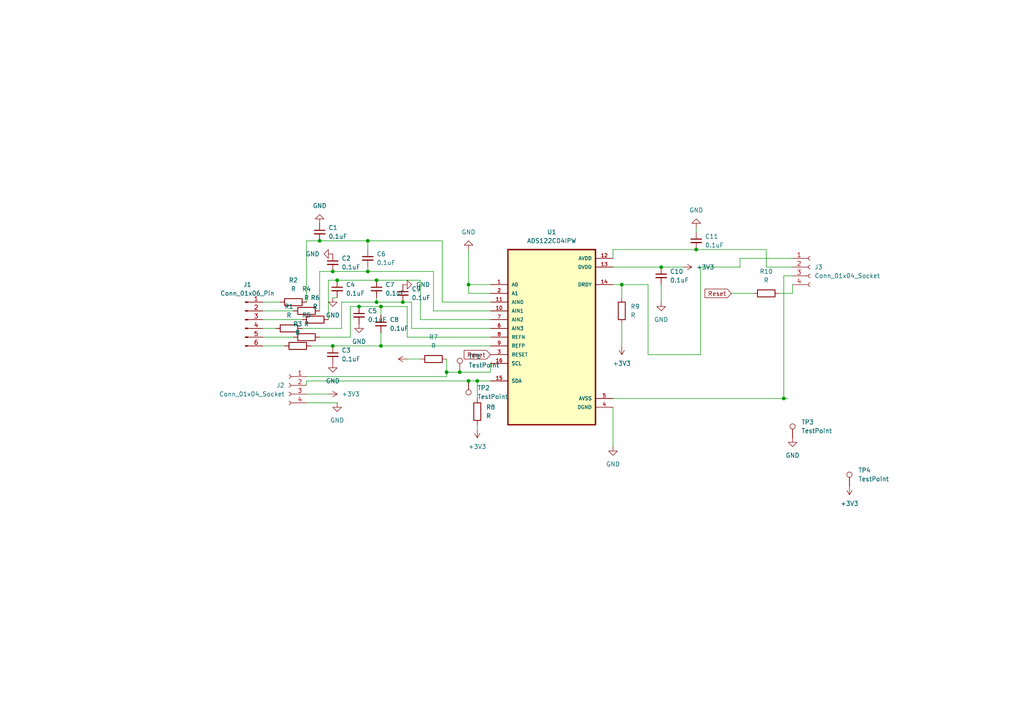
<source format=kicad_sch>
(kicad_sch (version 20230121) (generator eeschema)
  (paper "A4")
  (lib_symbols
    (symbol "ADS122C04IPW:ADS122C04IPW" (pin_names (offset 1.016))
      (property "Reference" "U" (at -12.7 26.4 0))
      (property "Value" "ADS122C04IPW" (at -12.7 -29.4 0))
      (symbol "ADS122C04IPW_0_0"
        (rectangle (start -12.7 -25.4) (end 12.7 25.4) (stroke (width 0.41)) (fill (type background)))
        (pin input line (at -17.78 15.24 0) (length 5.08) (name "A0") (number "1"))
        (pin input line (at -17.78 7.62 0) (length 5.08) (name "AIN1") (number "10"))
        (pin input line (at -17.78 10.16 0) (length 5.08) (name "AIN0") (number "11"))
        (pin power_in line (at 17.78 22.86 180) (length 5.08) (name "AVDD") (number "12"))
        (pin power_in line (at 17.78 20.32 180) (length 5.08) (name "DVDD") (number "13"))
        (pin output line (at 17.78 15.24 180) (length 5.08) (name "DRDY") (number "14"))
        (pin bidirectional line (at -17.78 -12.7 0) (length 5.08) (name "SDA") (number "15"))
        (pin input line (at -17.78 -7.62 0) (length 5.08) (name "SCL") (number "16"))
        (pin input line (at -17.78 12.7 0) (length 5.08) (name "A1") (number "2"))
        (pin input line (at -17.78 -5.08 0) (length 5.08) (name "RESET") (number "3"))
        (pin power_in line (at 17.78 -20.32 180) (length 5.08) (name "DGND") (number "4"))
        (pin power_in line (at 17.78 -17.78 180) (length 5.08) (name "AVSS") (number "5"))
        (pin input line (at -17.78 2.54 0) (length 5.08) (name "AIN3") (number "6"))
        (pin input line (at -17.78 5.08 0) (length 5.08) (name "AIN2") (number "7"))
        (pin input line (at -17.78 0 0) (length 5.08) (name "REFN") (number "8"))
        (pin input line (at -17.78 -2.54 0) (length 5.08) (name "REFP") (number "9"))
      )
    )
    (symbol "Connector:Conn_01x04_Socket" (pin_names (offset 1.016) hide)
      (property "Reference" "J" (at 0 5.08 0))
      (property "Value" "Conn_01x04_Socket" (at 0 -7.62 0))
      (symbol "Conn_01x04_Socket_1_1"
        (arc (start 0 -4.572) (mid -0.5058 -5.08) (end 0 -5.588) (stroke (width 0.1524)))
        (arc (start 0 -2.032) (mid -0.5058 -2.54) (end 0 -3.048) (stroke (width 0.1524)))
        (polyline (pts (xy -1.27 -5.08) (xy -0.508 -5.08)) (stroke (width 0.1524)))
        (polyline (pts (xy -1.27 -2.54) (xy -0.508 -2.54)) (stroke (width 0.1524)))
        (polyline (pts (xy -1.27 0) (xy -0.508 0)) (stroke (width 0.1524)))
        (polyline (pts (xy -1.27 2.54) (xy -0.508 2.54)) (stroke (width 0.1524)))
        (arc (start 0 0.508) (mid -0.5058 0) (end 0 -0.508) (stroke (width 0.1524)))
        (arc (start 0 3.048) (mid -0.5058 2.54) (end 0 2.032) (stroke (width 0.1524)))
        (pin passive line (at -5.08 2.54 0) (length 3.81) (name "Pin_1") (number "1"))
        (pin passive line (at -5.08 0 0) (length 3.81) (name "Pin_2") (number "2"))
        (pin passive line (at -5.08 -2.54 0) (length 3.81) (name "Pin_3") (number "3"))
        (pin passive line (at -5.08 -5.08 0) (length 3.81) (name "Pin_4") (number "4"))
      )
    )
    (symbol "Connector:Conn_01x06_Pin" (pin_names (offset 1.016) hide)
      (property "Reference" "J" (at 0 7.62 0))
      (property "Value" "Conn_01x06_Pin" (at 0 -10.16 0))
      (symbol "Conn_01x06_Pin_1_1"
        (polyline (pts (xy 1.27 -7.62) (xy 0.8636 -7.62)) (stroke (width 0.1524)))
        (polyline (pts (xy 1.27 -5.08) (xy 0.8636 -5.08)) (stroke (width 0.1524)))
        (polyline (pts (xy 1.27 -2.54) (xy 0.8636 -2.54)) (stroke (width 0.1524)))
        (polyline (pts (xy 1.27 0) (xy 0.8636 0)) (stroke (width 0.1524)))
        (polyline (pts (xy 1.27 2.54) (xy 0.8636 2.54)) (stroke (width 0.1524)))
        (polyline (pts (xy 1.27 5.08) (xy 0.8636 5.08)) (stroke (width 0.1524)))
        (rectangle (start 0.8636 -7.493) (end 0 -7.747) (stroke (width 0.1524)) (fill (type outline)))
        (rectangle (start 0.8636 -4.953) (end 0 -5.207) (stroke (width 0.1524)) (fill (type outline)))
        (rectangle (start 0.8636 -2.413) (end 0 -2.667) (stroke (width 0.1524)) (fill (type outline)))
        (rectangle (start 0.8636 0.127) (end 0 -0.127) (stroke (width 0.1524)) (fill (type outline)))
        (rectangle (start 0.8636 2.667) (end 0 2.413) (stroke (width 0.1524)) (fill (type outline)))
        (rectangle (start 0.8636 5.207) (end 0 4.953) (stroke (width 0.1524)) (fill (type outline)))
        (pin passive line (at 5.08 5.08 180) (length 3.81) (name "Pin_1") (number "1"))
        (pin passive line (at 5.08 2.54 180) (length 3.81) (name "Pin_2") (number "2"))
        (pin passive line (at 5.08 0 180) (length 3.81) (name "Pin_3") (number "3"))
        (pin passive line (at 5.08 -2.54 180) (length 3.81) (name "Pin_4") (number "4"))
        (pin passive line (at 5.08 -5.08 180) (length 3.81) (name "Pin_5") (number "5"))
        (pin passive line (at 5.08 -7.62 180) (length 3.81) (name "Pin_6") (number "6"))
      )
    )
    (symbol "Connector:TestPoint" (pin_numbers hide) (pin_names (offset 0.762) hide)
      (property "Reference" "TP" (at 0 6.858 0))
      (property "Value" "TestPoint" (at 0 5.08 0))
      (symbol "TestPoint_0_1"
        (circle (center 0 3.302) (radius 0.762))
      )
      (symbol "TestPoint_1_1"
        (pin passive line (at 0 0 90) (length 2.54) (name "1") (number "1"))
      )
    )
    (symbol "Device:C_Small" (pin_numbers hide) (pin_names (offset 0.254) hide)
      (property "Reference" "C" (at 0.254 1.778 0))
      (property "Value" "C_Small" (at 0.254 -2.032 0))
      (symbol "C_Small_0_1"
        (polyline (pts (xy -1.524 -0.508) (xy 1.524 -0.508)) (stroke (width 0.3302)))
        (polyline (pts (xy -1.524 0.508) (xy 1.524 0.508)) (stroke (width 0.3048)))
      )
      (symbol "C_Small_1_1"
        (pin passive line (at 0 2.54 270) (length 2.032) (name "~") (number "1"))
        (pin passive line (at 0 -2.54 90) (length 2.032) (name "~") (number "2"))
      )
    )
    (symbol "Device:R" (pin_numbers hide) (pin_names (offset 0))
      (property "Reference" "R" (at 2.032 0 90))
      (property "Value" "R" (at 0 0 90))
      (symbol "R_0_1"
        (rectangle (start -1.016 -2.54) (end 1.016 2.54) (stroke (width 0.254)))
      )
      (symbol "R_1_1"
        (pin passive line (at 0 3.81 270) (length 1.27) (name "~") (number "1"))
        (pin passive line (at 0 -3.81 90) (length 1.27) (name "~") (number "2"))
      )
    )
    (symbol "power:+3V3" (power) (pin_names (offset 0))
      (property "Value" "+3V3" (at 0 3.556 0))
      (symbol "+3V3_0_1"
        (polyline (pts (xy -0.762 1.27) (xy 0 2.54)))
        (polyline (pts (xy 0 0) (xy 0 2.54)))
        (polyline (pts (xy 0 2.54) (xy 0.762 1.27)))
      )
      (symbol "+3V3_1_1"
        (pin power_in line (at 0 0 90) (length 0) hide (name "+3V3") (number "1"))
      )
    )
    (symbol "power:GND" (power) (pin_names (offset 0))
      (property "Value" "GND" (at 0 -3.81 0))
      (symbol "GND_0_1"
        (polyline (pts (xy 0 0) (xy 0 -1.27) (xy 1.27 -1.27) (xy 0 -2.54) (xy -1.27 -1.27) (xy 0 -1.27)))
      )
      (symbol "GND_1_1"
        (pin power_in line (at 0 0 270) (length 0) hide (name "GND") (number "1"))
      )
    )
  )
  (junction (at 180.34 82.55))
  (junction (at 104.14 88.9))
  (junction (at 106.68 78.74))
  (junction (at 110.49 100.33))
  (junction (at 109.22 81.28))
  (junction (at 135.89 82.55))
  (junction (at 227.33 115.57))
  (junction (at 129.54 107.95))
  (junction (at 96.52 78.74))
  (junction (at 201.93 72.39))
  (junction (at 92.71 69.85))
  (junction (at 110.49 88.9))
  (junction (at 106.68 69.85))
  (junction (at 116.84 87.63))
  (junction (at 135.89 110.49))
  (junction (at 138.43 110.49))
  (junction (at 97.79 81.28))
  (junction (at 191.77 77.47))
  (junction (at 96.52 100.33))
  (junction (at 109.22 87.63))
  (junction (at 133.35 107.95))
  (wire (pts (xy 104.14 88.9) (xy 110.49 88.9)))
  (wire (pts (xy 109.22 81.28) (xy 121.92 81.28)))
  (wire (pts (xy 110.49 100.33) (xy 142.24 100.33)))
  (wire (pts (xy 227.33 80.01) (xy 227.33 115.57)))
  (wire (pts (xy 110.49 96.52) (xy 110.49 100.33)))
  (wire (pts (xy 142.24 82.55) (xy 135.89 82.55)))
  (wire (pts (xy 203.2 77.47) (xy 214.63 77.47)))
  (wire (pts (xy 135.89 82.55) (xy 135.89 72.39)))
  (wire (pts (xy 214.63 74.93) (xy 229.87 74.93)))
  (wire (pts (xy 135.89 110.49) (xy 138.43 110.49)))
  (wire (pts (xy 101.6 88.9) (xy 101.6 97.79)))
  (wire (pts (xy 180.34 82.55) (xy 187.96 82.55)))
  (wire (pts (xy 116.84 87.63) (xy 119.38 87.63)))
  (wire (pts (xy 121.92 92.71) (xy 121.92 81.28)))
  (wire (pts (xy 88.9 69.85) (xy 88.9 87.63)))
  (wire (pts (xy 101.6 88.9) (xy 104.14 88.9)))
  (wire (pts (xy 106.68 77.47) (xy 106.68 78.74)))
  (wire (pts (xy 92.71 78.74) (xy 96.52 78.74)))
  (wire (pts (xy 180.34 82.55) (xy 180.34 86.36)))
  (wire (pts (xy 97.79 81.28) (xy 109.22 81.28)))
  (wire (pts (xy 92.71 78.74) (xy 92.71 90.17)))
  (wire (pts (xy 177.8 118.11) (xy 177.8 129.54)))
  (wire (pts (xy 109.22 87.63) (xy 116.84 87.63)))
  (wire (pts (xy 177.8 115.57) (xy 227.33 115.57)))
  (wire (pts (xy 96.52 86.36) (xy 97.79 86.36)))
  (wire (pts (xy 133.35 107.95) (xy 142.24 107.95)))
  (wire (pts (xy 129.54 109.22) (xy 129.54 107.95)))
  (wire (pts (xy 119.38 95.25) (xy 142.24 95.25)))
  (wire (pts (xy 76.2 97.79) (xy 85.09 97.79)))
  (wire (pts (xy 177.8 72.39) (xy 201.93 72.39)))
  (wire (pts (xy 88.9 110.49) (xy 135.89 110.49)))
  (wire (pts (xy 177.8 74.93) (xy 177.8 72.39)))
  (wire (pts (xy 76.2 90.17) (xy 85.09 90.17)))
  (wire (pts (xy 76.2 92.71) (xy 87.63 92.71)))
  (wire (pts (xy 88.9 109.22) (xy 129.54 109.22)))
  (wire (pts (xy 88.9 110.49) (xy 88.9 111.76)))
  (wire (pts (xy 90.17 100.33) (xy 96.52 100.33)))
  (wire (pts (xy 191.77 82.55) (xy 191.77 87.63)))
  (wire (pts (xy 142.24 90.17) (xy 125.73 90.17)))
  (wire (pts (xy 191.77 77.47) (xy 198.12 77.47)))
  (wire (pts (xy 177.8 82.55) (xy 180.34 82.55)))
  (wire (pts (xy 138.43 110.49) (xy 142.24 110.49)))
  (wire (pts (xy 118.11 104.14) (xy 121.92 104.14)))
  (wire (pts (xy 222.25 77.47) (xy 222.25 72.39)))
  (wire (pts (xy 95.25 114.3) (xy 88.9 114.3)))
  (wire (pts (xy 142.24 92.71) (xy 121.92 92.71)))
  (wire (pts (xy 76.2 87.63) (xy 81.28 87.63)))
  (wire (pts (xy 118.11 88.9) (xy 110.49 88.9)))
  (wire (pts (xy 203.2 102.87) (xy 203.2 77.47)))
  (wire (pts (xy 229.87 80.01) (xy 227.33 80.01)))
  (wire (pts (xy 142.24 87.63) (xy 128.27 87.63)))
  (wire (pts (xy 128.27 69.85) (xy 106.68 69.85)))
  (wire (pts (xy 76.2 100.33) (xy 82.55 100.33)))
  (wire (pts (xy 214.63 77.47) (xy 214.63 74.93)))
  (wire (pts (xy 229.87 85.09) (xy 229.87 82.55)))
  (wire (pts (xy 212.09 85.09) (xy 218.44 85.09)))
  (wire (pts (xy 87.63 95.25) (xy 99.06 95.25)))
  (wire (pts (xy 99.06 87.63) (xy 99.06 95.25)))
  (wire (pts (xy 129.54 104.14) (xy 129.54 107.95)))
  (wire (pts (xy 187.96 102.87) (xy 203.2 102.87)))
  (wire (pts (xy 96.52 100.33) (xy 110.49 100.33)))
  (wire (pts (xy 187.96 82.55) (xy 187.96 102.87)))
  (wire (pts (xy 99.06 87.63) (xy 109.22 87.63)))
  (wire (pts (xy 229.87 77.47) (xy 222.25 77.47)))
  (wire (pts (xy 135.89 85.09) (xy 135.89 82.55)))
  (wire (pts (xy 106.68 69.85) (xy 106.68 72.39)))
  (wire (pts (xy 177.8 77.47) (xy 191.77 77.47)))
  (wire (pts (xy 125.73 90.17) (xy 125.73 78.74)))
  (wire (pts (xy 142.24 97.79) (xy 118.11 97.79)))
  (wire (pts (xy 88.9 69.85) (xy 92.71 69.85)))
  (wire (pts (xy 226.06 85.09) (xy 229.87 85.09)))
  (wire (pts (xy 92.71 69.85) (xy 106.68 69.85)))
  (wire (pts (xy 95.25 81.28) (xy 95.25 92.71)))
  (wire (pts (xy 138.43 123.19) (xy 138.43 124.46)))
  (wire (pts (xy 96.52 78.74) (xy 106.68 78.74)))
  (wire (pts (xy 138.43 110.49) (xy 138.43 115.57)))
  (wire (pts (xy 201.93 72.39) (xy 222.25 72.39)))
  (wire (pts (xy 95.25 81.28) (xy 97.79 81.28)))
  (wire (pts (xy 88.9 116.84) (xy 97.79 116.84)))
  (wire (pts (xy 76.2 95.25) (xy 80.01 95.25)))
  (wire (pts (xy 109.22 86.36) (xy 109.22 87.63)))
  (wire (pts (xy 180.34 93.98) (xy 180.34 100.33)))
  (wire (pts (xy 110.49 88.9) (xy 110.49 91.44)))
  (wire (pts (xy 118.11 97.79) (xy 118.11 88.9)))
  (wire (pts (xy 101.6 97.79) (xy 92.71 97.79)))
  (wire (pts (xy 119.38 87.63) (xy 119.38 95.25)))
  (wire (pts (xy 227.33 115.57) (xy 228.6 115.57)))
  (wire (pts (xy 125.73 78.74) (xy 106.68 78.74)))
  (wire (pts (xy 129.54 107.95) (xy 133.35 107.95)))
  (wire (pts (xy 128.27 87.63) (xy 128.27 69.85)))
  (wire (pts (xy 201.93 66.04) (xy 201.93 67.31)))
  (wire (pts (xy 142.24 107.95) (xy 142.24 105.41)))
  (wire (pts (xy 142.24 85.09) (xy 135.89 85.09)))
  (global_label "Reset" (shape input) (at 142.24 102.87 180) (property "Intersheetrefs" "${INTERSHEET_REFS}" (effects hide)))
  (global_label "Reset" (shape input) (at 212.09 85.09 180) (property "Intersheetrefs" "${INTERSHEET_REFS}" (effects hide)))
  (symbol (lib_id "Device:C_Small") (at 97.79 83.82 0) (unit 1)
    (property "Reference" "C4" (at 100.33 82.5563 0) (effects (justify left)))
    (property "Value" "0.1uF" (at 100.33 85.0963 0) (effects (justify left)))
    (property "Footprint" "Capacitor_SMD:C_0603_1608Metric_Pad1.08x0.95mm_HandSolder" (effects hide))
  )
  (symbol (lib_id "power:GND") (at 96.52 105.41 0) (unit 1)
    (property "Reference" "#PWR05" (effects hide))
    (property "Value" "GND" (at 96.52 110.49 0))
  )
  (symbol (lib_id "power:+3V3") (at 95.25 114.3 270) (unit 1)
    (property "Reference" "#PWR02" (effects hide))
    (property "Value" "+3V3" (at 99.06 114.3 90) (effects (justify left)))
  )
  (symbol (lib_id "Device:C_Small") (at 96.52 102.87 0) (unit 1)
    (property "Reference" "C3" (at 99.06 101.6063 0) (effects (justify left)))
    (property "Value" "0.1uF" (at 99.06 104.1463 0) (effects (justify left)))
    (property "Footprint" "Capacitor_SMD:C_0603_1608Metric_Pad1.08x0.95mm_HandSolder" (effects hide))
  )
  (symbol (lib_id "Device:R") (at 222.25 85.09 90) (unit 1)
    (property "Reference" "R10" (at 222.25 78.74 90))
    (property "Value" "R" (at 222.25 81.28 90))
    (property "Footprint" "Resistor_SMD:R_0603_1608Metric_Pad0.98x0.95mm_HandSolder" (effects hide))
  )
  (symbol (lib_id "power:GND") (at 229.87 127 0) (unit 1)
    (property "Reference" "#PWR017" (effects hide))
    (property "Value" "GND" (at 229.87 132.08 0))
  )
  (symbol (lib_id "power:GND") (at 116.84 82.55 90) (unit 1)
    (property "Reference" "#PWR08" (effects hide))
    (property "Value" "GND" (at 120.65 82.55 90) (effects (justify right)))
  )
  (symbol (lib_id "Connector:Conn_01x06_Pin") (at 71.12 92.71 0) (unit 1)
    (property "Reference" "J1" (at 71.755 82.55 0))
    (property "Value" "Conn_01x06_Pin" (at 71.755 85.09 0))
    (property "Footprint" "Connector_PinHeader_2.54mm:PinHeader_1x06_P2.54mm_Vertical" (effects hide))
  )
  (symbol (lib_id "power:GND") (at 96.52 86.36 0) (unit 1)
    (property "Reference" "#PWR04" (effects hide))
    (property "Value" "GND" (at 96.52 91.44 0))
  )
  (symbol (lib_id "Device:R") (at 88.9 97.79 90) (unit 1)
    (property "Reference" "R5" (at 88.9 91.44 90))
    (property "Value" "R" (at 88.9 93.98 90))
    (property "Footprint" "Resistor_SMD:R_0603_1608Metric_Pad0.98x0.95mm_HandSolder" (effects hide))
  )
  (symbol (lib_id "power:+3V3") (at 118.11 104.14 90) (unit 1)
    (property "Reference" "#PWR09" (effects hide))
    (property "Value" "+3V3" (effects hide))
  )
  (symbol (lib_id "Device:C_Small") (at 191.77 80.01 0) (unit 1)
    (property "Reference" "C10" (at 194.31 78.7463 0) (effects (justify left)))
    (property "Value" "0.1uF" (at 194.31 81.2863 0) (effects (justify left)))
    (property "Footprint" "Capacitor_SMD:C_0603_1608Metric_Pad1.08x0.95mm_HandSolder" (effects hide))
  )
  (symbol (lib_id "Device:R") (at 86.36 100.33 90) (unit 1)
    (property "Reference" "R3" (at 86.36 93.98 90))
    (property "Value" "R" (at 86.36 96.52 90))
    (property "Footprint" "Resistor_SMD:R_0603_1608Metric_Pad0.98x0.95mm_HandSolder" (effects hide))
  )
  (symbol (lib_id "Device:C_Small") (at 104.14 91.44 0) (unit 1)
    (property "Reference" "C5" (at 106.68 90.1763 0) (effects (justify left)))
    (property "Value" "0.1uF" (at 106.68 92.7163 0) (effects (justify left)))
    (property "Footprint" "Capacitor_SMD:C_0603_1608Metric_Pad1.08x0.95mm_HandSolder" (effects hide))
  )
  (symbol (lib_id "Device:R") (at 138.43 119.38 0) (unit 1)
    (property "Reference" "R8" (at 140.97 118.11 0) (effects (justify left)))
    (property "Value" "R" (at 140.97 120.65 0) (effects (justify left)))
    (property "Footprint" "Resistor_SMD:R_0603_1608Metric_Pad0.98x0.95mm_HandSolder" (effects hide))
  )
  (symbol (lib_id "power:+3V3") (at 198.12 77.47 270) (unit 1)
    (property "Reference" "#PWR015" (effects hide))
    (property "Value" "+3V3" (at 201.93 77.47 90) (effects (justify left)))
  )
  (symbol (lib_id "Device:C_Small") (at 116.84 85.09 0) (unit 1)
    (property "Reference" "C9" (at 119.38 83.8263 0) (effects (justify left)))
    (property "Value" "0.1uF" (at 119.38 86.3663 0) (effects (justify left)))
    (property "Footprint" "Capacitor_SMD:C_0603_1608Metric_Pad1.08x0.95mm_HandSolder" (effects hide))
  )
  (symbol (lib_id "power:GND") (at 177.8 129.54 0) (unit 1)
    (property "Reference" "#PWR012" (effects hide))
    (property "Value" "GND" (at 177.8 134.62 0))
  )
  (symbol (lib_id "Device:C_Small") (at 96.52 76.2 0) (unit 1)
    (property "Reference" "C2" (at 99.06 74.9363 0) (effects (justify left)))
    (property "Value" "0.1uF" (at 99.06 77.4763 0) (effects (justify left)))
    (property "Footprint" "Capacitor_SMD:C_0603_1608Metric_Pad1.08x0.95mm_HandSolder" (effects hide))
  )
  (symbol (lib_id "Connector:TestPoint") (at 135.89 110.49 180) (unit 1)
    (property "Reference" "TP2" (at 138.43 112.522 0) (effects (justify right)))
    (property "Value" "TestPoint" (at 138.43 115.062 0) (effects (justify right)))
    (property "Footprint" "TestPoint:TestPoint_Pad_D2.0mm" (effects hide))
  )
  (symbol (lib_id "power:GND") (at 201.93 66.04 180) (unit 1)
    (property "Reference" "#PWR016" (effects hide))
    (property "Value" "GND" (at 201.93 60.96 0))
  )
  (symbol (lib_id "power:+3V3") (at 180.34 100.33 180) (unit 1)
    (property "Reference" "#PWR013" (effects hide))
    (property "Value" "+3V3" (at 180.34 105.41 0))
  )
  (symbol (lib_id "power:GND") (at 191.77 87.63 0) (unit 1)
    (property "Reference" "#PWR014" (effects hide))
    (property "Value" "GND" (at 191.77 92.71 0))
  )
  (symbol (lib_id "Device:R") (at 88.9 90.17 90) (unit 1)
    (property "Reference" "R4" (at 88.9 83.82 90))
    (property "Value" "R" (at 88.9 86.36 90))
    (property "Footprint" "Resistor_SMD:R_0603_1608Metric_Pad0.98x0.95mm_HandSolder" (effects hide))
  )
  (symbol (lib_id "Device:R") (at 180.34 90.17 180) (unit 1)
    (property "Reference" "R9" (at 182.88 88.9 0) (effects (justify right)))
    (property "Value" "R" (at 182.88 91.44 0) (effects (justify right)))
    (property "Footprint" "Resistor_SMD:R_0603_1608Metric_Pad0.98x0.95mm_HandSolder" (effects hide))
  )
  (symbol (lib_id "Device:R") (at 85.09 87.63 90) (unit 1)
    (property "Reference" "R2" (at 85.09 81.28 90))
    (property "Value" "R" (at 85.09 83.82 90))
    (property "Footprint" "Resistor_SMD:R_0603_1608Metric_Pad0.98x0.95mm_HandSolder" (effects hide))
  )
  (symbol (lib_id "Connector:Conn_01x04_Socket") (at 234.95 77.47 0) (unit 1)
    (property "Reference" "J3" (at 236.22 77.47 0) (effects (justify left)))
    (property "Value" "Conn_01x04_Socket" (at 236.22 80.01 0) (effects (justify left)))
    (property "Footprint" "Connector_PinHeader_2.54mm:PinHeader_1x04_P2.54mm_Vertical" (effects hide))
  )
  (symbol (lib_id "Device:C_Small") (at 201.93 69.85 0) (unit 1)
    (property "Reference" "C11" (at 204.47 68.5863 0) (effects (justify left)))
    (property "Value" "0.1uF" (at 204.47 71.1263 0) (effects (justify left)))
    (property "Footprint" "Capacitor_SMD:C_0603_1608Metric_Pad1.08x0.95mm_HandSolder" (effects hide))
  )
  (symbol (lib_id "Device:R") (at 91.44 92.71 90) (unit 1)
    (property "Reference" "R6" (at 91.44 86.36 90))
    (property "Value" "R" (at 91.44 88.9 90))
    (property "Footprint" "Resistor_SMD:R_0603_1608Metric_Pad0.98x0.95mm_HandSolder" (effects hide))
  )
  (symbol (lib_id "power:GND") (at 92.71 64.77 180) (unit 1)
    (property "Reference" "#PWR01" (effects hide))
    (property "Value" "GND" (at 92.71 59.69 0))
  )
  (symbol (lib_id "power:GND") (at 135.89 72.39 180) (unit 1)
    (property "Reference" "#PWR010" (effects hide))
    (property "Value" "GND" (at 135.89 67.31 0))
  )
  (symbol (lib_id "Connector:Conn_01x04_Socket") (at 83.82 111.76 0) (mirror y) (unit 1)
    (property "Reference" "J2" (at 82.55 111.76 0) (effects (justify left)))
    (property "Value" "Conn_01x04_Socket" (at 82.55 114.3 0) (effects (justify left)))
    (property "Footprint" "Connector_PinHeader_2.54mm:PinHeader_1x04_P2.54mm_Vertical" (effects hide))
  )
  (symbol (lib_id "Device:C_Small") (at 110.49 93.98 0) (unit 1)
    (property "Reference" "C8" (at 113.03 92.7163 0) (effects (justify left)))
    (property "Value" "0.1uF" (at 113.03 95.2563 0) (effects (justify left)))
    (property "Footprint" "Capacitor_SMD:C_0603_1608Metric_Pad1.08x0.95mm_HandSolder" (effects hide))
  )
  (symbol (lib_id "power:GND") (at 104.14 93.98 0) (unit 1)
    (property "Reference" "#PWR07" (effects hide))
    (property "Value" "GND" (at 104.14 99.06 0))
  )
  (symbol (lib_id "Connector:TestPoint") (at 246.38 140.97 0) (unit 1)
    (property "Reference" "TP4" (at 248.92 136.398 0) (effects (justify left)))
    (property "Value" "TestPoint" (at 248.92 138.938 0) (effects (justify left)))
    (property "Footprint" "TestPoint:TestPoint_Pad_D2.0mm" (effects hide))
  )
  (symbol (lib_id "Device:R") (at 125.73 104.14 90) (unit 1)
    (property "Reference" "R7" (at 125.73 97.79 90))
    (property "Value" "R" (at 125.73 100.33 90))
    (property "Footprint" "Resistor_SMD:R_0603_1608Metric_Pad0.98x0.95mm_HandSolder" (effects hide))
  )
  (symbol (lib_id "Device:C_Small") (at 92.71 67.31 0) (unit 1)
    (property "Reference" "C1" (at 95.25 66.0463 0) (effects (justify left)))
    (property "Value" "0.1uF" (at 95.25 68.5863 0) (effects (justify left)))
    (property "Footprint" "Capacitor_SMD:C_0603_1608Metric_Pad1.08x0.95mm_HandSolder" (effects hide))
  )
  (symbol (lib_id "ADS122C04IPW:ADS122C04IPW") (at 160.02 97.79 0) (unit 1)
    (property "Reference" "U1" (at 160.02 67.31 0))
    (property "Value" "ADS122C04IPW" (at 160.02 69.85 0))
    (property "Footprint" "ADS122C04IPW:SOP65P640X120-16N" (effects hide))
  )
  (symbol (lib_id "power:GND") (at 97.79 116.84 0) (unit 1)
    (property "Reference" "#PWR06" (effects hide))
    (property "Value" "GND" (at 97.79 121.92 0))
  )
  (symbol (lib_id "Device:C_Small") (at 106.68 74.93 0) (unit 1)
    (property "Reference" "C6" (at 109.22 73.6663 0) (effects (justify left)))
    (property "Value" "0.1uF" (at 109.22 76.2063 0) (effects (justify left)))
    (property "Footprint" "Capacitor_SMD:C_0603_1608Metric_Pad1.08x0.95mm_HandSolder" (effects hide))
  )
  (symbol (lib_id "power:+3V3") (at 138.43 124.46 180) (unit 1)
    (property "Reference" "#PWR011" (effects hide))
    (property "Value" "+3V3" (at 138.43 129.54 0))
  )
  (symbol (lib_id "Device:C_Small") (at 109.22 83.82 0) (unit 1)
    (property "Reference" "C7" (at 111.76 82.5563 0) (effects (justify left)))
    (property "Value" "0.1uF" (at 111.76 85.0963 0) (effects (justify left)))
    (property "Footprint" "Capacitor_SMD:C_0603_1608Metric_Pad1.08x0.95mm_HandSolder" (effects hide))
  )
  (symbol (lib_id "Connector:TestPoint") (at 229.87 127 0) (unit 1)
    (property "Reference" "TP3" (at 232.41 122.428 0) (effects (justify left)))
    (property "Value" "TestPoint" (at 232.41 124.968 0) (effects (justify left)))
    (property "Footprint" "TestPoint:TestPoint_Pad_D2.0mm" (effects hide))
  )
  (symbol (lib_id "Connector:TestPoint") (at 133.35 107.95 0) (unit 1)
    (property "Reference" "TP1" (at 135.89 103.378 0) (effects (justify left)))
    (property "Value" "TestPoint" (at 135.89 105.918 0) (effects (justify left)))
    (property "Footprint" "TestPoint:TestPoint_Pad_D2.0mm" (effects hide))
  )
  (symbol (lib_id "power:+3V3") (at 246.38 140.97 180) (unit 1)
    (property "Reference" "#PWR018" (effects hide))
    (property "Value" "+3V3" (at 246.38 146.05 0))
  )
  (symbol (lib_id "power:GND") (at 96.52 73.66 270) (unit 1)
    (property "Reference" "#PWR03" (effects hide))
    (property "Value" "GND" (at 92.71 73.66 90) (effects (justify right)))
  )
  (symbol (lib_id "Device:R") (at 83.82 95.25 90) (unit 1)
    (property "Reference" "R1" (at 83.82 88.9 90))
    (property "Value" "R" (at 83.82 91.44 90))
    (property "Footprint" "Resistor_SMD:R_0603_1608Metric_Pad0.98x0.95mm_HandSolder" (effects hide))
  )
)
</source>
